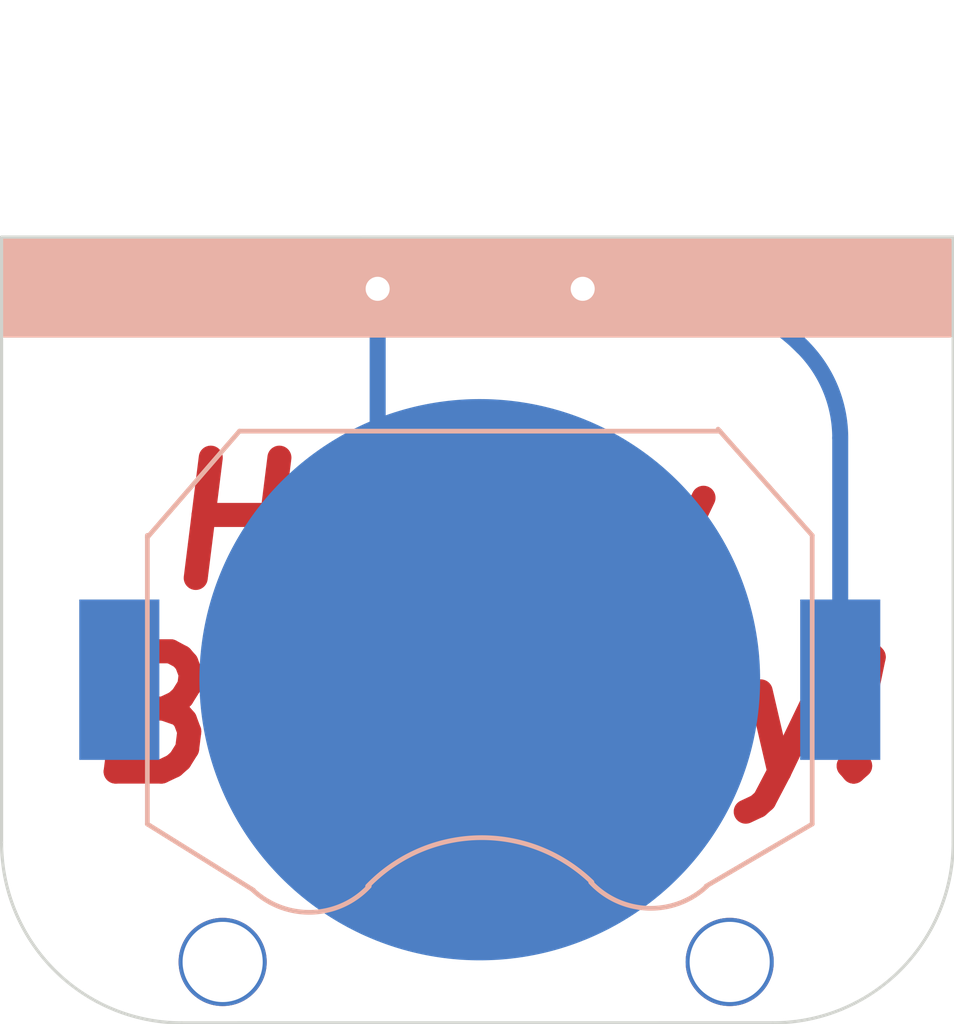
<source format=kicad_pcb>
(kicad_pcb (version 20210126) (generator pcbnew)
  (layers (0 "F.Cu" signal) (31 "B.Cu" signal) (34 "B.Paste" user) (35 "F.Paste" user) (36 "B.SilkS" user) (37 "F.SilkS" user) (38 "B.Mask" user) (39 "F.Mask" user) (44 "Edge.Cuts" user))
  (net 0 "")
  (footprint "touch:Touch_Pad_10x10mm" (layer "F.Cu") (at 102.3366 63.5762 -90)
    (fp_text reference "REF**" hide)
    (fp_text value "Touch_Pad_10.0x10.0mm" hide)
  )
  (footprint "touch:Touch_Pad_10x10mm" (layer "F.Cu") (at 95.1865 63.5127 -90)
    (fp_text reference "REF**" hide)
    (fp_text value "Touch_Pad_10.0x10.0mm" hide)
  )
  (footprint "hex-smd-challenge-fp:BATT_CR2032_SMD" (layer "B.Cu") (at 99.3394 75.5142 180)
    (fp_text reference "BT1" hide)
    (fp_text value "Battery" hide)
    (fp_line (start -7.62 7.874) (end 7.62 7.874) (layer "B.SilkS") (width 0.15))
    (fp_line (start -7.1755 -6.5405) (end -10.541 -4.572) (layer "B.SilkS") (width 0.15))
    (fp_line (start -10.541 -4.572) (end -10.541 4.572) (layer "B.SilkS") (width 0.15))
    (fp_line (start -10.541 4.572) (end -7.5565 7.9375) (layer "B.SilkS") (width 0.15))
    (fp_line (start 7.62 7.874) (end 10.541 4.5085) (layer "B.SilkS") (width 0.15))
    (fp_line (start 10.541 -4.572) (end 10.541 4.572) (layer "B.SilkS") (width 0.15))
    (fp_line (start 7.1755 -6.6675) (end 10.541 -4.572) (layer "B.SilkS") (width 0.15))
    (fp_arc (start -0.0635 -10.033) (end -3.556 -6.4135) (angle -90) (layer "B.SilkS") (width 0.15))
    (fp_arc (start 5.4102 -4.7625) (end 7.1882 -6.6675) (angle -90) (layer "B.SilkS") (width 0.15))
    (fp_arc (start -5.4229 -4.6355) (end -3.5179 -6.4135) (angle -90) (layer "B.SilkS") (width 0.15))
    (pad "1" smd rect (at 11.43 0 180) (size 2.54 5.08) (layers "B.Cu" "B.Paste" "B.Mask"))
    (pad "1" smd rect (at -11.43 0 180) (size 2.54 5.08) (layers "B.Cu" "B.Paste" "B.Mask"))
    (pad "2" smd circle (at 0 0 180) (size 17.78 17.78) (layers "B.Cu" "B.Paste" "B.Mask"))
  )
  (footprint "touch:Touch_Pad_10x10mm" (layer "B.Cu") (at 101.7778 62.7888 90)
    (fp_text reference "REF**" hide)
    (fp_text value "Touch_Pad_10.0x10.0mm" hide)
    (pad "1" smd roundrect (at -0.3683 1.4605 90) (size 2.54 5.08) (layers "B.Cu" "B.Mask") (roundrect_rratio 0.2))
  )
  (footprint "touch:Touch_Pad_10x10mm" (layer "B.Cu") (at 95.1865 62.8523 90)
    (fp_text reference "REF**" hide)
    (fp_text value "Touch_Pad_10.0x10.0mm" hide)
    (pad "1" smd roundrect (at -0.3175 0.4445 90) (size 2.54 5.08) (layers "B.Cu" "B.Mask") (roundrect_rratio 0.2))
  )
  (gr_rect (start 84.2518 61.595) (end 114.2492 64.6176) (layer "B.SilkS") (width 0.12) (fill solid))
  (gr_rect (start 84.2518 64.6176) (end 114.2492 61.595) (layer "F.SilkS") (width 0.12) (fill solid))
  (gr_line (start 108.63439 86.38399) (end 89.89201 86.3854) (layer "Edge.Cuts") (width 0.1))
  (gr_arc (start 108.63439 80.66758) (end 114.3508 80.66758) (angle 90) (layer "Edge.Cuts") (width 0.1))
  (gr_line (start 114.3508 80.66758) (end 114.3508 61.49199) (layer "Edge.Cuts") (width 0.1))
  (gr_line (start 84.1756 80.66899) (end 84.1756 61.4934) (layer "Edge.Cuts") (width 0.1))
  (gr_line (start 84.1756 61.4934) (end 114.3508 61.49199) (layer "Edge.Cuts") (width 0.1))
  (gr_arc (start 89.89201 80.66899) (end 84.1756 80.66899) (angle -90) (layer "Edge.Cuts") (width 0.1))
  (gr_text "Happy \nBirthday!" (at 99.5172 73.6346) (layer "F.Cu") (effects (font (size 3.81 3.81) (thickness 0.762) italic)))
  (via (at 102.6033 63.1317) (size 1.27) (drill 0.762) (layers "F.Cu" "B.Cu") (net 0))
  (via (at 96.1009 63.1317) (size 1.27) (drill 0.762) (layers "F.Cu" "B.Cu") (net 0))
  (via (at 91.186 84.455) (size 2.794) (drill 2.54) (layers "F.Cu" "B.Cu") (net 0))
  (via (at 107.2642 84.455) (size 2.794) (drill 2.54) (layers "F.Cu" "B.Cu") (net 0))
  (segment (start 102.6033 63.1317) (end 105.129826 63.1317) (width 0.508) (layer "B.Cu") (net 0))
  (segment (start 110.7694 67.855288) (end 110.7694 75.5142) (width 0.508) (layer "B.Cu") (net 0))
  (segment (start 96.1009 63.1317) (end 96.1009 67.69577) (width 0.508) (layer "B.Cu") (net 0))
  (segment (start 98.425 74.5998) (end 99.3394 75.5142) (width 0.2) (layer "B.Cu") (net 0))
  (segment (start 109.399329 64.800252) (end 109.5756 64.9732) (width 0.508) (layer "B.Cu") (net 0))
  (arc (start 96.1009 67.69577) (mid 96.942558 71.927073) (end 99.3394 75.5142) (width 0.508) (layer "B.Cu") (net 0))
  (arc (start 109.5756 64.9732) (mid 110.459141 66.295512) (end 110.7694 67.855288) (width 0.508) (layer "B.Cu") (net 0))
  (arc (start 105.129826 63.1317) (mid 107.535861 63.61029) (end 109.5756 64.9732) (width 0.508) (layer "B.Cu") (net 0))
)
</source>
